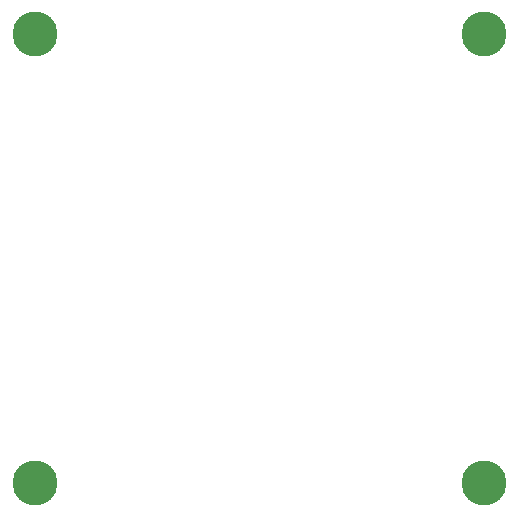
<source format=gbr>
%TF.GenerationSoftware,KiCad,Pcbnew,7.0.2*%
%TF.CreationDate,2023-10-26T18:42:08-06:00*%
%TF.ProjectId,LED_Probe_PCB,4c45445f-5072-46f6-9265-5f5043422e6b,rev?*%
%TF.SameCoordinates,Original*%
%TF.FileFunction,Copper,L2,Bot*%
%TF.FilePolarity,Positive*%
%FSLAX46Y46*%
G04 Gerber Fmt 4.6, Leading zero omitted, Abs format (unit mm)*
G04 Created by KiCad (PCBNEW 7.0.2) date 2023-10-26 18:42:08*
%MOMM*%
%LPD*%
G01*
G04 APERTURE LIST*
%TA.AperFunction,ComponentPad*%
%ADD10C,3.800000*%
%TD*%
G04 APERTURE END LIST*
D10*
%TO.P,H2,1,1*%
%TO.N,GND*%
X19000000Y19000000D03*
%TD*%
%TO.P,H4,1,1*%
%TO.N,GND*%
X19000000Y-19000000D03*
%TD*%
%TO.P,H3,1,1*%
%TO.N,GND*%
X-19000000Y-19000000D03*
%TD*%
%TO.P,H1,1,1*%
%TO.N,GND*%
X-19000000Y19000000D03*
%TD*%
M02*

</source>
